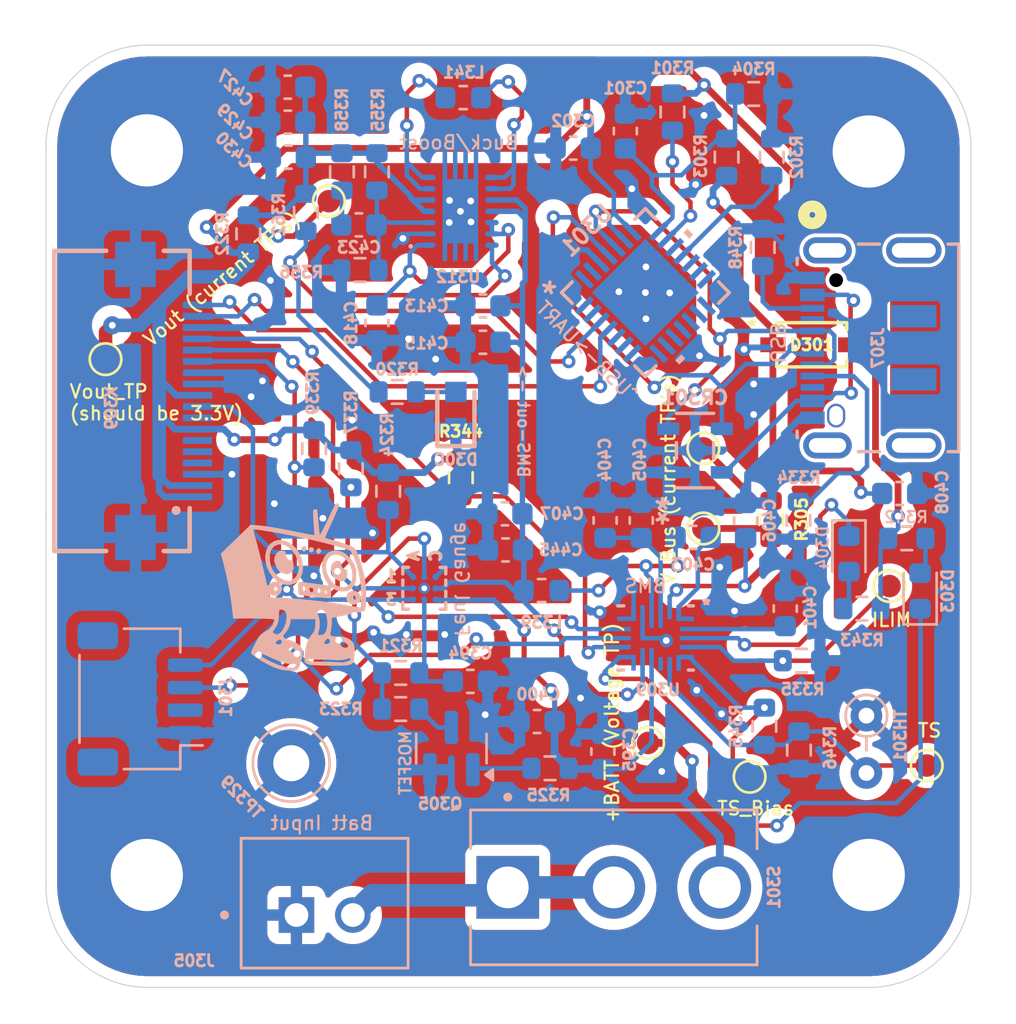
<source format=kicad_pcb>
(kicad_pcb
	(version 20241229)
	(generator "pcbnew")
	(generator_version "9.0")
	(general
		(thickness 1.646)
		(legacy_teardrops no)
	)
	(paper "A4")
	(layers
		(0 "F.Cu" signal)
		(2 "B.Cu" signal)
		(9 "F.Adhes" user "F.Adhesive")
		(11 "B.Adhes" user "B.Adhesive")
		(13 "F.Paste" user)
		(15 "B.Paste" user)
		(5 "F.SilkS" user "F.Silkscreen")
		(7 "B.SilkS" user "B.Silkscreen")
		(1 "F.Mask" user)
		(3 "B.Mask" user)
		(17 "Dwgs.User" user "User.Drawings")
		(19 "Cmts.User" user "User.Comments")
		(21 "Eco1.User" user "User.Eco1")
		(23 "Eco2.User" user "User.Eco2")
		(25 "Edge.Cuts" user)
		(27 "Margin" user)
		(31 "F.CrtYd" user "F.Courtyard")
		(29 "B.CrtYd" user "B.Courtyard")
		(35 "F.Fab" user)
		(33 "B.Fab" user)
		(39 "User.1" user)
		(41 "User.2" user)
		(43 "User.3" user)
		(45 "User.4" user)
		(47 "User.5" user)
		(49 "User.6" user)
		(51 "User.7" user)
		(53 "User.8" user)
		(55 "User.9" user)
	)
	(setup
		(stackup
			(layer "F.SilkS"
				(type "Top Silk Screen")
				(material "Liquid Photo")
			)
			(layer "F.Paste"
				(type "Top Solder Paste")
			)
			(layer "F.Mask"
				(type "Top Solder Mask")
				(color "Purple")
				(thickness 0.0254)
				(material "SMOBC")
				(epsilon_r 3.3)
				(loss_tangent 0)
			)
			(layer "F.Cu"
				(type "copper")
				(thickness 0.0356)
			)
			(layer "dielectric 1"
				(type "core")
				(thickness 1.524)
				(material "FR4")
				(epsilon_r 4.5)
				(loss_tangent 0.02)
			)
			(layer "B.Cu"
				(type "copper")
				(thickness 0.0356)
			)
			(layer "B.Mask"
				(type "Bottom Solder Mask")
				(color "Purple")
				(thickness 0.0254)
				(material "SMOBC")
				(epsilon_r 3.3)
				(loss_tangent 0)
			)
			(layer "B.Paste"
				(type "Bottom Solder Paste")
			)
			(layer "B.SilkS"
				(type "Bottom Silk Screen")
				(material "Liquid Photo")
			)
			(copper_finish "ENIG")
			(dielectric_constraints no)
		)
		(pad_to_mask_clearance 0.0508)
		(allow_soldermask_bridges_in_footprints yes)
		(tenting front back)
		(aux_axis_origin 127.20111 115.16359)
		(grid_origin 127.20111 115.16359)
		(pcbplotparams
			(layerselection 0x00000000_00000000_55555555_5755f5ff)
			(plot_on_all_layers_selection 0x00000000_00000000_00000000_00000000)
			(disableapertmacros no)
			(usegerberextensions no)
			(usegerberattributes yes)
			(usegerberadvancedattributes yes)
			(creategerberjobfile yes)
			(dashed_line_dash_ratio 12.000000)
			(dashed_line_gap_ratio 3.000000)
			(svgprecision 4)
			(plotframeref no)
			(mode 1)
			(useauxorigin no)
			(hpglpennumber 1)
			(hpglpenspeed 20)
			(hpglpendiameter 15.000000)
			(pdf_front_fp_property_popups yes)
			(pdf_back_fp_property_popups yes)
			(pdf_metadata yes)
			(pdf_single_document no)
			(dxfpolygonmode yes)
			(dxfimperialunits yes)
			(dxfusepcbnewfont yes)
			(psnegative no)
			(psa4output no)
			(plot_black_and_white yes)
			(sketchpadsonfab no)
			(plotpadnumbers no)
			(hidednponfab no)
			(sketchdnponfab yes)
			(crossoutdnponfab yes)
			(subtractmaskfromsilk no)
			(outputformat 1)
			(mirror no)
			(drillshape 1)
			(scaleselection 1)
			(outputdirectory "")
		)
	)
	(net 0 "")
	(net 1 "GND")
	(net 2 "+3.3V")
	(net 3 "/Power Subsystem/STAT")
	(net 4 "/Power Subsystem/*PG")
	(net 5 "VBUS")
	(net 6 "/Power Subsystem/VDD")
	(net 7 "/Power Subsystem/*INT")
	(net 8 "/Power Subsystem/TS")
	(net 9 "/Power Subsystem/TS_BIAS")
	(net 10 "/Power Subsystem/ILIM")
	(net 11 "Net-(U309-SW)")
	(net 12 "+BATT")
	(net 13 "Net-(U309-REGN)")
	(net 14 "Net-(U309-BTST)")
	(net 15 "Net-(U309-PMID)")
	(net 16 "Net-(D303-A)")
	(net 17 "Net-(D304-A)")
	(net 18 "Net-(U312-L1_1)")
	(net 19 "Net-(U312-FB)")
	(net 20 "Net-(U312-L2_1)")
	(net 21 "Net-(U312-EN)")
	(net 22 "Net-(C423-Pad1)")
	(net 23 "/Power Subsystem/SDA")
	(net 24 "/Power Subsystem/SCL")
	(net 25 "unconnected-(X309-Pad8)")
	(net 26 "/Power Subsystem/BMS_out")
	(net 27 "unconnected-(X309-Pad5)")
	(net 28 "Net-(Q305-D)")
	(net 29 "Net-(Q305-G)")
	(net 30 "Net-(U308-BIN)")
	(net 31 "Net-(U312-VOUT_1)")
	(net 32 "Net-(U312-PG)")
	(net 33 "Net-(J307-CC2)")
	(net 34 "Net-(J307-CC1)")
	(net 35 "/Power Subsystem/D-")
	(net 36 "/Power Subsystem/D+")
	(net 37 "Net-(J305-Pad2)")
	(net 38 "Net-(D308-A)")
	(net 39 "unconnected-(J307-SBU1-Pad10)")
	(net 40 "unconnected-(J307-SBU2-Pad4)")
	(net 41 "unconnected-(U309-*QON-Pad7)")
	(net 42 "unconnected-(X309-Pad4)")
	(net 43 "Net-(U301-VBUS)")
	(net 44 "Net-(U301-RSTb)")
	(net 45 "Net-(U301-SUSPENDb)")
	(net 46 "unconnected-(U301-GPIO.6-Pad20)")
	(net 47 "unconnected-(U301-DSR-Pad27)")
	(net 48 "unconnected-(U301-CTS-Pad23)")
	(net 49 "unconnected-(U301-RI{slash}CLK-Pad2)")
	(net 50 "unconnected-(U301-GPIO.0{slash}TXT-Pad19)")
	(net 51 "/Power Subsystem/TXD")
	(net 52 "unconnected-(U301-CHREN-Pad13)")
	(net 53 "/Power Subsystem/RXD")
	(net 54 "unconnected-(U301-CHR1-Pad14)")
	(net 55 "unconnected-(U301-SUSPEND-Pad12)")
	(net 56 "unconnected-(U301-NC-Pad10)")
	(net 57 "unconnected-(U301-GPIO.5-Pad21)")
	(net 58 "unconnected-(U301-GPIO.3{slash}WAKEUP-Pad16)")
	(net 59 "unconnected-(U301-GPIO.2{slash}RS485-Pad17)")
	(net 60 "unconnected-(U301-DCD-Pad1)")
	(net 61 "unconnected-(U301-GPIO.1{slash}RXT-Pad18)")
	(net 62 "unconnected-(U301-GPIO.4-Pad22)")
	(net 63 "unconnected-(U301-CHR0-Pad15)")
	(net 64 "Net-(D301-A)")
	(net 65 "unconnected-(J301-Pin_2-Pad2)")
	(net 66 "unconnected-(U301-DTR-Pad28)")
	(net 67 "unconnected-(U301-RTS-Pad24)")
	(net 68 "unconnected-(X309-Pad6)")
	(net 69 "/Power Subsystem/~{BAT_INT}")
	(net 70 "Net-(U309-VBUS)")
	(footprint "TestPoint:TestPoint_Pad_D1.0mm" (layer "F.Cu") (at 141.100018 78.95))
	(footprint "capstone-project:1N5819HW-7-F_DIO" (layer "F.Cu") (at 162.503206 85.3125))
	(footprint "TestPoint:TestPoint_Pad_D1.0mm" (layer "F.Cu") (at 167.600022 103.95))
	(footprint "Resistor_SMD:R_0603_1608Metric" (layer "F.Cu") (at 160.700014 93.05 -90))
	(footprint "TestPoint:TestPoint_Pad_D1.0mm" (layer "F.Cu") (at 155.250022 102.95))
	(footprint "TestPoint:TestPoint_Pad_D1.0mm" (layer "F.Cu") (at 157.700014 89.9))
	(footprint "Resistor_SMD:R_0603_1608Metric" (layer "F.Cu") (at 146.95 91.2 90))
	(footprint "TestPoint:TestPoint_Pad_D1.0mm" (layer "F.Cu") (at 131.200022 85.95))
	(footprint "TestPoint:TestPoint_Pad_D1.0mm" (layer "F.Cu") (at 165.950022 96))
	(footprint "TestPoint:TestPoint_Pad_D1.0mm" (layer "F.Cu") (at 159.750022 104.45))
	(footprint "TestPoint:TestPoint_Pad_D1.0mm" (layer "F.Cu") (at 157.700014 93.45))
	(footprint "Capacitor_SMD:C_0603_1608Metric" (layer "B.Cu") (at 150.329138 102 180))
	(footprint "capstone-project:JST_B2B-XH-A" (layer "B.Cu") (at 140.911638 110.05 180))
	(footprint "Resistor_SMD:R_0603_1608Metric" (layer "B.Cu") (at 160.404124 102.2125 -90))
	(footprint "Capacitor_SMD:C_0603_1608Metric" (layer "B.Cu") (at 157.244276 93.843544))
	(footprint "Resistor_SMD:R_0603_1608Metric" (layer "B.Cu") (at 140.443052 89.91318 90))
	(footprint "Capacitor_SMD:C_0603_1608Metric" (layer "B.Cu") (at 139.279138 73.9 180))
	(footprint "Resistor_SMD:R_0603_1608Metric" (layer "B.Cu") (at 162.044012 99.30766 180))
	(footprint "Resistor_SMD:R_0603_1608Metric" (layer "B.Cu") (at 158.729138 77 90))
	(footprint "Capacitor_SMD:C_0603_1608Metric" (layer "B.Cu") (at 148.904138 92.8))
	(footprint "Package_TO_SOT_SMD:SOT-23" (layer "B.Cu") (at 146.529138 103.2 90))
	(footprint "Resistor_SMD:R_0603_1608Metric" (layer "B.Cu") (at 166.71691 93.887609 180))
	(footprint "MountingHole:MountingHole_3.2mm_M3_ISO14580_Pad" (layer "B.Cu") (at 133.032863 76.698844 180))
	(footprint "Resistor_SMD:R_0603_1608Metric" (layer "B.Cu") (at 144.129138 87.4))
	(footprint "Capacitor_SMD:C_0603_1608Metric" (layer "B.Cu") (at 143.229971 84.341735 -90))
	(footprint "MountingHole:MountingHole_3.2mm_M3_ISO14580_Pad" (layer "B.Cu") (at 165.029138 108.8 180))
	(footprint "capstone-project:CONN12_016JA1R1500_JAE" (layer "B.Cu") (at 162.529138 82.3499 -90))
	(footprint "capstone-project:WQFN-HR18__RYK_TEX" (layer "B.Cu") (at 155.579138 98.3 180))
	(footprint "Capacitor_SMD:C_0603_1608Metric" (layer "B.Cu") (at 153.344276 93.093544 -90))
	(footprint "Capacitor_SMD:C_0603_1608Metric" (layer "B.Cu") (at 142.429138 80))
	(footprint "Resistor_SMD:R_0603_1608Metric" (layer "B.Cu") (at 160.729138 77 90))
	(footprint "capstone-project:TPS63020DSJR" (layer "B.Cu") (at 146.929138 79.4 90))
	(footprint "Capacitor_SMD:C_0603_1608Metric" (layer "B.Cu") (at 159.571169 93.099133 -90))
	(footprint "Resistor_THT:R_Axial_DIN0204_L3.6mm_D1.6mm_P2.54mm_Vertical" (layer "B.Cu") (at 164.925006 101.7425 -90))
	(footprint "Resistor_SMD:R_0603_1608Metric" (layer "B.Cu") (at 160.329138 81 90))
	(footprint "Capacitor_SMD:C_0603_1608Metric" (layer "B.Cu") (at 148.929138 94.4))
	(footprint "MountingHole:MountingHole_3.2mm_M3_ISO14580_Pad" (layer "B.Cu") (at 165.029138 76.75 180))
	(footprint "Resistor_SMD:R_0603_1608Metric" (layer "B.Cu") (at 144.282863 99.848844))
	(footprint "capstone-project:TVS-SP05_LTF"
		(layer "B.Cu")
		(uuid "4e8553de-b399-4d03-a110-ce4109afe8bd")
		(at 157.329138 90)
		(tags "SP0503BAHTG ")
		(property "Reference" "CR301"
			(at 0 -2.35 0)
			(unlocked yes)
			(layer "B.SilkS")
			(uuid "bb288ca8-774d-4c7b-9e96-927a2cae7e0e")
			(effects
				(font
					(size 0.6 0.6)
					(thickness 0.15)
				)
				(justify mirror)
			)
		)
		(property "Value" "SP0503BAHTG"
			(at 0 0 180)
			(unlocked yes)
			(layer "B.Fab")
			(uuid "f9ead39a-fdba-4db1-bcc2-45634f005a6a")
			(effects
				(font
					(size 1 1)
					(thickness 0.15)
				)
				(justify mirror)
			)
		)
		(property "Datasheet" "SP0503BAHTG"
			(at 0 0 0)
			(layer "B.Fab")
			(hide yes)
			(uuid "d969950d-093d-481e-96ec-2c65132f253c")
			(effects
				(font
					(size 1.27 1.27)
					(thickness 0.15)
				)
				(justify mirror)
			)
		)
		(property "Description" ""
			(at 0 0 0)
			(layer "B.Fab")
			(hide yes)
			(uuid "5cdebb10-8b4c-4a57-a8d7-7e90e4656638")
			(effects
				(font
					(size 1.27 1.27)
					(thickness 0.15)
				)
				(justify mirror)
			)
		)
		(property ki_fp_filters "TVS-SP05_LTF TVS-SP05_LTF-M TVS-SP05_LTF-L")
		(path "/9fe85a84-eb88-4cb0-ad9c-c856ce023e7b/d74a08c1-0dc1-435d-9682-f110c7fa74d0")
		(sheetname "/Power Subsystem/")
		(sheetfile "power-subsystem.kicad_sch")
		(attr smd)
		(fp_line
			(start -0.8255 -1.651)
			(end 0.8255 -1.651)
			(stroke
				(width 0.1524)
				(type solid)
			)
			(layer "B.SilkS")
			(uuid "8447cc32-c93d-4eb9-82cc-cd74372fdf3e")
		)
		(fp_line
			(start -0.8255 0.35306)
			(end -0.8255 -0.35306)
			(stroke
				(width 0.1524)
				(type solid)
			)
			(layer "B.SilkS")
			(uuid "613c2c7c-3490-4f67-9d91-948cae084c50")
		)
		(fp_line
			(start 0.8255 -0.35306)
			(end 0.8255 0.35306)
			(stroke
				(width 0.1524)
				(type solid)
			)
			(layer "B.SilkS")
			(uuid "c899fa99-cb9d-4ef9-9302-be42428052d1")
		)
		(fp_line
			(start 0.8255 1.651)
			(end -0.8255 1.651)
			(stroke
				(width 0.1524)
				(type solid)
			)
			(layer "B.SilkS")
			(uuid "3017cb52-df95-408b-86f6-fcf5311d5d4b")
		)
		(fp_line
			(start -1.9304 -1.4986)
			(end -1.9304 1.4986)
			(stroke
				(width 0.1524)
				(type solid)
			)
			(layer "B.CrtYd")
			(uuid "ba6f0532-86f0-4ecc-b215-bb00af96cf99")
		)
		(fp_line
			(start -1.9304 -1.4986)
			(end -0.9525 -1.4986)
			(stroke
				(width 0.1524)
				(type solid)
			)
			(layer "B.CrtYd")
			(uuid "12de3ed3-809e-4e05-ad2a-9bad2c598992")
		)
		(fp_line
			(start -1.9304 1.4986)
			(end -0.9525 1.4986)
			(stroke
				(width 0.1524)
				(type solid)
			)
			(layer "B.CrtYd")
			(uuid "dbd33465-27bb-4df5-848e-061758e245b5")
		)
		(fp_line
			(start -0.9525 -1.778)
			(end -0.9525 -1.4986)
			(stroke
				(width 0.1524)
				(type solid)
			)
			(layer "B.CrtYd")
			(uuid "0bc674a2-0670-40dd-b14c-7c79da144e83")
		)
		(fp_line
			(start -0.9525 1.4986)
			(end -0.9525 1.778)
			(stroke
				(width 0.1524)
				(type solid)
			)
			(layer "B.CrtYd")
			(uuid "49bd7fe2-5c89-4041-b1bd-e9674ebe0b43")
		)
		(fp_line
			(start -0.9525 1.778)
			(end 0.9525 1.778)
			(stroke
				(width 0.1524)
				(type solid)
			)
			(layer "B.CrtYd")
			(uuid "3eb6a934-4528-4975-816f-aa7e2045f405")
		)
		(fp_line
			(start 0.9525 -1.778)
			(end -0.9525 -1.778)
			(stroke
				(width 0.1524)
				(type solid)
			)
			(layer "B.CrtYd")
			(uuid "418c2c0a-82b3-486b-8141-b923d4d6a8f6")
		)
		(fp_line
			(start 0.9525 -1.4986)
			(end 0.9525 -1.778)
			(stroke
				(width 0.1524)
				(type solid)
			)
			(layer "B.CrtYd")
			(uuid "37f6789a-e1f7-4c60-8a4c-c800f9a8575d")
		)
		(fp_line
			(start 0.9525 1.778)
			(end 0.9525 1.4986)
			(stroke
				(width 0.1524)
				(type solid)
			)
			(layer "B.CrtYd")
			(uuid "ba70bff3-1015-478f-b139-7d6858d52b4f")
		)
		(fp_line
			(start 1.9304 -1.4986)
			(end 0.9525 -1.4986)
			(stroke
				(width 0.1524)
				(type solid)
			)
			(layer "B.CrtYd")
			(uuid "0bfdd06e-d4fb-4c75-876e-6f20b150256d")
		)
		(fp_line
			(start 1.9304 1.4986)
			(end 0.9525 1.4986)
			(stroke
				(width 0.1524)
				(type solid)
			)
			(layer "B.CrtYd")
			(uuid "7ab370b8-b96b-4c87-aea9-95244eaef79a")
		)
		(fp_line
			(start 1.9304 1.4986)
			(end 1.9304 -1.4986)
			(stroke
				(width 0.1524)
				(type solid)
			)
			(layer "B.CrtYd")
			(uuid "9e14a4f7-a6c4-4ecb-a3b2-e1c276db8cfc")
		)
		(fp_line
			(start -1.3208 -1.2192)
			(end -0.6985 -1.2192)
			(stroke
				(width 0.0254)
				(type solid)
			)
			(layer "B.Fab")
			(uuid "9bf724d6-de8e-4aa0-9f95-71a27aba552c")
		)
		(fp_line
			(start -1.3208 -0.7112)
			(end -1.3208 -1.2192)
			(stroke
				(width 0.0254)
				(type solid)
			)
			(layer "B.Fab")
			(uuid "752933b0-316d-4228-ac38-24895b8466c3")
		)
		(fp_line
			(start -1.3208 0.7112)
			(end -0.6985 0.7112)
			(stroke
				(width 0.0254)
				(type solid)
			)
			(layer "B.Fab")
			(uuid "ce56eac5-79a9-41da-b673-2fc8cd9f7938")
		)
		(fp_line
			(start -1.3208 1.2192)
			(end -1.3208 0.7112)
			(stroke
				(width 0.0254)
				(type solid)
			)
			(layer "B.Fab")
			(uuid "f133aef9-3858-4ad7-bbc5-3c37c8fcc170")
		)
		(fp_line
			(start -0.6985 -1.524)
			(end 0.6985 -1.524)
			(stroke
				(width 0.0254)
				(type solid)
			)
			(layer "B.Fab")
			(uuid "bf9caca6-af26-4a76-abce-e90f9cf53bbc")
		)
		(fp_line
			(start -0.6985 -1.2192)
			(end -0.6985 -0.7112)
			(stroke
				(width 0.0254)
				(type solid)
			)
			(layer "B.Fab")
			(uuid "e39379b6-17d8-4d85-b8c9-aa0709654fb5")
		)
		(fp_line
			(start -0.6985 -0.7112)
			(end -1.3208 -0.7112)
			(stroke
				(width 0.0254)
				(type solid)
			)
			(layer "B.Fab")
			(uuid "57afa5a4-5cc1-4144-8c20-8f6f47e76b80")
		)
		(fp_line
			(start -0.6985 0.7112)
			(end -0.6985 1.2192)
			(stroke
				(width 0.0254)
				(type solid)
			)
			(layer "B.Fab")
			(uuid "9bdc9990-ddeb-4e02-a262-7c28d3bd0f41")
		)
		(fp_line
			(start -0.6985 1.2192)
			(end -1.3208 1.2192)
			(stroke
				(width 0.0254)
				(type solid)
			)
			(layer "B.Fab")
			(uuid "2a3282a7-6c3e-4c3b-8937-f631a6e87def")
		)
		(fp_line
			(start -0.6985 1.524)
			(end -0.6985 -1.524)
			(stroke
				(width 0.0254)
				(type solid)
			)
			(layer "B.Fab")
			(uuid "638cb3e4-f960-4ffe-96aa-03896c55fe88")
		)
		(fp_line
			(start 0.6985 -1.524)
			(end 0.6985 1.524)
			(stroke
				(width 0.0254)
				(type solid)
			)
			(layer "B.Fab")
			(uuid "fb6e2982-1c3d-4b08-925d-59d40d568d77")
		)
		(fp_line
			(start 0.6985 -1.2192)
			(end 1.3208 -1.2192)
			(stroke
				(width 0.0254)
				(type solid)
			)
			(layer "B.Fab")
			(uuid "212ea070-8794-4a10-a607-1f168a7d375e")
		)
		(fp_line
			(start 0.6985 -0.7112)
			(end 0.6985 -1.2192)
			(stroke
				(width 0.0254)
				(type solid)
			)
			(layer "B.Fab")
			(uuid "8effdb9e-0bab-427c-91ae-d6e954501a39")
		)
		(fp_line
			(start 0.6985 0.7112)
			(end 1.3208 0.7112)
			(stroke
				(width 0.0254)
				(type solid)
			)
			(layer "B.Fab")
			(uuid "47dc1037-b067-47e0-b739-30a7de3eaae5")
		)
		(fp_line
			(start 0.6985 1.2192)
			(end 0.6985 0.7112)
			(stroke
				(width 0.0254)
				(type solid)
			)
			(layer "B.Fab")
			(uuid "c5380da7-0d83-4771-8085-a6c155080158")
		)
		(fp_line
			(start 0.6985 1.524)
			(end -0.6985 1.524)
			(stroke
				(width 0.0254)
				(type solid)
			)
			(layer "B.Fab")
			(uuid "2764ed37-5ece-400c-b6cf-2ea45ad44581")
		)
		(fp_line
			(start 1.3208 -1.2192)
			(end 1.3208 -0.7112)
			(stroke
				(width 0.0254)
				(type solid)
			)
			(layer "B.Fab")
			(uuid "81f9c456-f02f-49b9-9e79-88b675e81976")
		)
		(fp_line
			(start 1.3208 -0.7112)
			(end 0.6985 -0.7112)
			(stroke
				(width 0.0254)
				(type solid)
			)
			(layer "B.Fab")
			(uuid "f181dbdc-8cf8-4d52-bbe0-6af06a6d9161")
		)
		(fp_line
			(start 1.3208 0.7112)
			(end 1.3208 1.2192)
			(stroke
				(width 0.0254)
				(type solid)
			)
			(layer "B.Fab")
			(uuid "e7443dd7-d886-44c2-9ba0-44226b1ef53d")
		)
		(fp_line
			(start 1.3208 1.2192)
			(end 0.6985 1.2192)
			(stroke
				(width 0.0254)
				(type solid)
			)
			(layer "B.Fab")
			(uuid "c4931564-fb07-4533-ba99-df12bf9556af")
		)
		(fp_arc
			(start -0.3048 1.524)
			(mid 0 1.2192)
			(end 0.3048 1.524)
			(stroke
				(width 0.0254)
				(type solid)
			)
			(layer "B.Fab")
			(uuid "6d8329bd-cf88-4207-9c65-891474e5f816")
		)
		(fp_text user "*"
			(at -1.44145 2.667 0)
			(layer "B.SilkS")
			(uuid "326166cc-e3c5-4948-a855-fed279d25687")
			(effects
				(font
					(size 1 1)
					(thickness 0.15)
				)
				(justify mirror)
			)
		)
		(fp_text user "*"
			(at -1.44145 2.667 180)
			(unlocked yes)
			(layer "B.SilkS")
			(uuid "96bf131e-3b9e-4074-8ae5-818810c08782")
			(effects
				(font
					(size 1 1)
					(thickness 0.15)
				)
				(justify mirror)
			)
		)
		(fp_text user "${REFERENCE}"
			(at 0 0 180)
			(unlocked yes)
			(layer "B.Fab")
			(uuid "20fb4423-bed4-47c0-bfaf-181d21156060")
			(effects
				(font
					(size 1 1)
					(thickness 0.15)
				)
				(justify mirror)
			)
		)
		(fp_text user "*"
			(at -0.3175 1.4478 0)
			(layer "B.Fab")
			(uuid "6899ac2c-a0b9-442e-bc0e-644b9ed3ed2f")
			(effects
				(font
					(size 1 1)
					(thickness 0.15)
				)
				(justify mirror)
			)
		)
		(fp_text user "*"
			(at -0.3175 1.4478 180)
			(unlocked yes)
			(layer "B.Fab")
			(uuid "e50f82d5-f452-4420-a02e-942ec3d9598b")
			(effects
				(font
					(size 1 1)
					(thickness 0.15)
				)
				(justify mirror)
			)
		)
		(pad "1" smd rect
			(at -1.18745 0.9652)
			(size 0.9779 0.5588)
			(layers "B.Cu" "B.Mask" "B.Paste")
			(net 1 "GND")
			(pinfunction "1")
			(pintype "unspecified")
			(uuid "6039bea6-79f3-415b-8076-37432e8247ff")
		)
		(pad "2" smd rect
			(at -1.18745 -0.9652)
			(size 0.9779 0.5588)
			(layers "B.Cu" "B.Mask" "B.Paste")
			(net 35 "/Power Subsystem/D-")
			(pinfunction "2")
			(pintype "unspecified")
			(uuid "eccac2b6-9ff7-4c1d-9595-0fdb1e268713")
		)
		(pad "3" smd rect
			(at 1.18745 -0.9652)
			(size 0.9779 0.5588)
			(layers "B.Cu" "B.Mask" "B.Paste")
			(net 36 "/Power Subsystem/D+")
			(pinfunction "3")
			(pintype "unspecified")
			(uuid "1cef33b8-9616-498a-8ba9-a8ca4fd07f47")
		)
		(pad "4" smd rect
			(at 1.18745 0.9652)
			(size 0.9779 0.5588)
			(layers "B.Cu" "B.Mask" "B.Paste")
			(net 64 "Net-(D301-A)")
			(pinfunction "4")
			(pintype "unspecified")
			(uuid "49976647-8a13-4c10-95ea-dc199dd6bd0e")
		)
		(embedded_fonts no)
		(model "C:/Users/zackp/OneDrive/Desk
... [687162 chars truncated]
</source>
